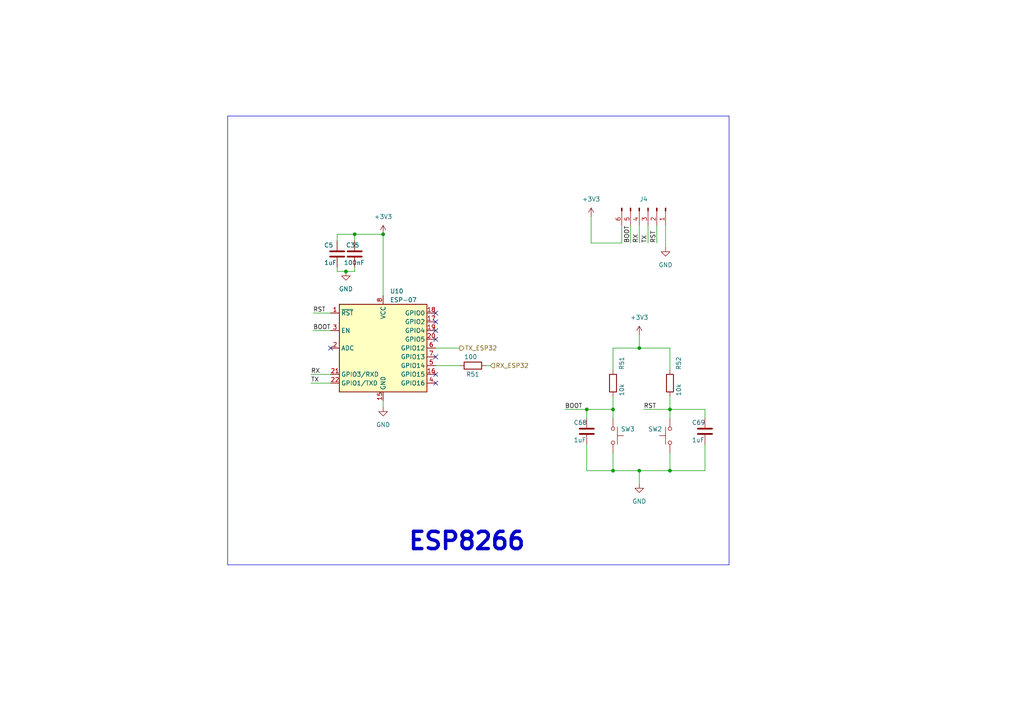
<source format=kicad_sch>
(kicad_sch (version 20230121) (generator eeschema)
  (paper "A4")
  (lib_symbols
    (symbol "+3V3_1" (power) (pin_names (offset 0))
      (property "Value" "+3V3_1" (at 0 3.556 0))
      (symbol "+3V3_1_0_1"
        (polyline (pts (xy -0.762 1.27) (xy 0 2.54)))
        (polyline (pts (xy 0 0) (xy 0 2.54)))
        (polyline (pts (xy 0 2.54) (xy 0.762 1.27)))
      )
      (symbol "+3V3_1_1_1"
        (pin power_in line (at 0 0 90) (length 0) hide (name "+3V3") (number "1"))
      )
    )
    (symbol "+3V3_2" (power) (pin_names (offset 0))
      (property "Value" "+3V3_2" (at 0 3.556 0))
      (symbol "+3V3_2_0_1"
        (polyline (pts (xy -0.762 1.27) (xy 0 2.54)))
        (polyline (pts (xy 0 0) (xy 0 2.54)))
        (polyline (pts (xy 0 2.54) (xy 0.762 1.27)))
      )
      (symbol "+3V3_2_1_1"
        (pin power_in line (at 0 0 90) (length 0) hide (name "+3V3") (number "1"))
      )
    )
    (symbol "Connector:Conn_01x06_Male" (pin_names (offset 1.016) hide)
      (property "Reference" "J" (at 0 7.62 0))
      (property "Value" "Conn_01x06_Male" (at 0 -10.16 0))
      (symbol "Conn_01x06_Male_1_1"
        (polyline (pts (xy 1.27 -7.62) (xy 0.8636 -7.62)) (stroke (width 0.1524)))
        (polyline (pts (xy 1.27 -5.08) (xy 0.8636 -5.08)) (stroke (width 0.1524)))
        (polyline (pts (xy 1.27 -2.54) (xy 0.8636 -2.54)) (stroke (width 0.1524)))
        (polyline (pts (xy 1.27 0) (xy 0.8636 0)) (stroke (width 0.1524)))
        (polyline (pts (xy 1.27 2.54) (xy 0.8636 2.54)) (stroke (width 0.1524)))
        (polyline (pts (xy 1.27 5.08) (xy 0.8636 5.08)) (stroke (width 0.1524)))
        (rectangle (start 0.8636 -7.493) (end 0 -7.747) (stroke (width 0.1524)) (fill (type outline)))
        (rectangle (start 0.8636 -4.953) (end 0 -5.207) (stroke (width 0.1524)) (fill (type outline)))
        (rectangle (start 0.8636 -2.413) (end 0 -2.667) (stroke (width 0.1524)) (fill (type outline)))
        (rectangle (start 0.8636 0.127) (end 0 -0.127) (stroke (width 0.1524)) (fill (type outline)))
        (rectangle (start 0.8636 2.667) (end 0 2.413) (stroke (width 0.1524)) (fill (type outline)))
        (rectangle (start 0.8636 5.207) (end 0 4.953) (stroke (width 0.1524)) (fill (type outline)))
        (pin passive line (at 5.08 5.08 180) (length 3.81) (name "Pin_1") (number "1"))
        (pin passive line (at 5.08 2.54 180) (length 3.81) (name "Pin_2") (number "2"))
        (pin passive line (at 5.08 0 180) (length 3.81) (name "Pin_3") (number "3"))
        (pin passive line (at 5.08 -2.54 180) (length 3.81) (name "Pin_4") (number "4"))
        (pin passive line (at 5.08 -5.08 180) (length 3.81) (name "Pin_5") (number "5"))
        (pin passive line (at 5.08 -7.62 180) (length 3.81) (name "Pin_6") (number "6"))
      )
    )
    (symbol "Device:C" (pin_numbers hide) (pin_names (offset 0.254))
      (property "Reference" "C" (at 0.635 2.54 0))
      (property "Value" "C" (at 0.635 -2.54 0))
      (symbol "C_0_1"
        (polyline (pts (xy -2.032 -0.762) (xy 2.032 -0.762)) (stroke (width 0.508)))
        (polyline (pts (xy -2.032 0.762) (xy 2.032 0.762)) (stroke (width 0.508)))
      )
      (symbol "C_1_1"
        (pin passive line (at 0 3.81 270) (length 2.794) (name "~") (number "1"))
        (pin passive line (at 0 -3.81 90) (length 2.794) (name "~") (number "2"))
      )
    )
    (symbol "Device:R" (pin_numbers hide) (pin_names (offset 0))
      (property "Reference" "R" (at 2.032 0 90))
      (property "Value" "R" (at 0 0 90))
      (symbol "R_0_1"
        (rectangle (start -1.016 -2.54) (end 1.016 2.54) (stroke (width 0.254)))
      )
      (symbol "R_1_1"
        (pin passive line (at 0 3.81 270) (length 1.27) (name "~") (number "1"))
        (pin passive line (at 0 -3.81 90) (length 1.27) (name "~") (number "2"))
      )
    )
    (symbol "GND_1" (power) (pin_names (offset 0))
      (property "Value" "GND_1" (at 0 -3.81 0))
      (symbol "GND_1_0_1"
        (polyline (pts (xy 0 0) (xy 0 -1.27) (xy 1.27 -1.27) (xy 0 -2.54) (xy -1.27 -1.27) (xy 0 -1.27)))
      )
      (symbol "GND_1_1_1"
        (pin power_in line (at 0 0 270) (length 0) hide (name "GND") (number "1"))
      )
    )
    (symbol "GND_2" (power) (pin_names (offset 0))
      (property "Value" "GND_2" (at 0 -3.81 0))
      (symbol "GND_2_0_1"
        (polyline (pts (xy 0 0) (xy 0 -1.27) (xy 1.27 -1.27) (xy 0 -2.54) (xy -1.27 -1.27) (xy 0 -1.27)))
      )
      (symbol "GND_2_1_1"
        (pin power_in line (at 0 0 270) (length 0) hide (name "GND") (number "1"))
      )
    )
    (symbol "GND_3" (power) (pin_names (offset 0))
      (property "Value" "GND_3" (at 0 -3.81 0))
      (symbol "GND_3_0_1"
        (polyline (pts (xy 0 0) (xy 0 -1.27) (xy 1.27 -1.27) (xy 0 -2.54) (xy -1.27 -1.27) (xy 0 -1.27)))
      )
      (symbol "GND_3_1_1"
        (pin power_in line (at 0 0 270) (length 0) hide (name "GND") (number "1"))
      )
    )
    (symbol "IVS_SYMBOLS:ESP-07"
      (property "Reference" "U" (at 0 2.54 0))
      (property "Value" "ESP-07" (at 0 0 0))
      (symbol "ESP-07_0_1"
        (rectangle (start -12.7 12.7) (end 12.7 -12.7) (stroke (width 0.254)) (fill (type background)))
      )
      (symbol "ESP-07_1_1"
        (pin input line (at -15.24 10.16 0) (length 2.54) (name "~{RST}") (number "1"))
        (pin power_in line (at 0 -15.24 90) (length 2.54) (name "GND") (number "15"))
        (pin bidirectional line (at 15.24 -7.62 180) (length 2.54) (name "GPIO15") (number "16"))
        (pin bidirectional line (at 15.24 7.62 180) (length 2.54) (name "GPIO2") (number "17"))
        (pin bidirectional line (at 15.24 10.16 180) (length 2.54) (name "GPIO0") (number "18"))
        (pin bidirectional line (at 15.24 5.08 180) (length 2.54) (name "GPIO4") (number "19"))
        (pin input line (at -15.24 0 0) (length 2.54) (name "ADC") (number "2"))
        (pin bidirectional line (at 15.24 2.54 180) (length 2.54) (name "GPIO5") (number "20"))
        (pin bidirectional line (at -15.24 -7.62 0) (length 2.54) (name "GPIO3/RXD") (number "21"))
        (pin bidirectional line (at -15.24 -10.16 0) (length 2.54) (name "GPIO1/TXD") (number "22"))
        (pin input line (at -15.24 5.08 0) (length 2.54) (name "EN") (number "3"))
        (pin bidirectional line (at 15.24 -10.16 180) (length 2.54) (name "GPIO16") (number "4"))
        (pin bidirectional line (at 15.24 -5.08 180) (length 2.54) (name "GPIO14") (number "5"))
        (pin bidirectional line (at 15.24 0 180) (length 2.54) (name "GPIO12") (number "6"))
        (pin bidirectional line (at 15.24 -2.54 180) (length 2.54) (name "GPIO13") (number "7"))
        (pin power_in line (at 0 15.24 270) (length 2.54) (name "VCC") (number "8"))
      )
    )
    (symbol "Switch:SW_Push" (pin_numbers hide) (pin_names (offset 1.016) hide)
      (property "Reference" "SW" (at 1.27 2.54 0))
      (property "Value" "SW_Push" (at 0 -1.524 0))
      (symbol "SW_Push_0_1"
        (circle (center -2.032 0) (radius 0.508))
        (polyline (pts (xy 0 1.27) (xy 0 3.048)))
        (polyline (pts (xy 2.54 1.27) (xy -2.54 1.27)))
        (circle (center 2.032 0) (radius 0.508))
        (pin passive line (at -5.08 0 0) (length 2.54) (name "1") (number "1"))
        (pin passive line (at 5.08 0 180) (length 2.54) (name "2") (number "2"))
      )
    )
    (symbol "power:+3V3" (power) (pin_names (offset 0))
      (property "Value" "+3V3" (at 0 3.556 0))
      (symbol "+3V3_0_1"
        (polyline (pts (xy -0.762 1.27) (xy 0 2.54)))
        (polyline (pts (xy 0 0) (xy 0 2.54)))
        (polyline (pts (xy 0 2.54) (xy 0.762 1.27)))
      )
      (symbol "+3V3_1_1"
        (pin power_in line (at 0 0 90) (length 0) hide (name "+3V3") (number "1"))
      )
    )
    (symbol "power:GND" (power) (pin_names (offset 0))
      (property "Value" "GND" (at 0 -3.81 0))
      (symbol "GND_0_1"
        (polyline (pts (xy 0 0) (xy 0 -1.27) (xy 1.27 -1.27) (xy 0 -2.54) (xy -1.27 -1.27) (xy 0 -1.27)))
      )
      (symbol "GND_1_1"
        (pin power_in line (at 0 0 270) (length 0) hide (name "GND") (number "1"))
      )
    )
  )
  (junction (at 177.8 136.525))
  (junction (at 194.31 118.745))
  (junction (at 177.8 118.745))
  (junction (at 194.31 136.525))
  (junction (at 170.18 118.745))
  (junction (at 102.87 67.945))
  (junction (at 185.42 136.525))
  (junction (at 111.125 67.945))
  (junction (at 100.33 78.74))
  (junction (at 185.42 100.965))
  (no_connect (at 126.365 90.805))
  (no_connect (at 126.365 111.125))
  (no_connect (at 126.365 103.505))
  (no_connect (at 126.365 95.885))
  (no_connect (at 126.365 108.585))
  (no_connect (at 126.365 93.345))
  (no_connect (at 95.885 100.965))
  (no_connect (at 126.365 98.425))
  (wire (pts (xy 102.87 67.945) (xy 111.125 67.945)))
  (wire (pts (xy 186.69 118.745) (xy 194.31 118.745)))
  (wire (pts (xy 177.8 131.445) (xy 177.8 136.525)))
  (wire (pts (xy 170.18 136.525) (xy 177.8 136.525)))
  (wire (pts (xy 185.42 136.525) (xy 194.31 136.525)))
  (wire (pts (xy 194.31 118.745) (xy 194.31 121.285)))
  (wire (pts (xy 177.8 107.315) (xy 177.8 100.965)))
  (wire (pts (xy 97.79 67.945) (xy 102.87 67.945)))
  (wire (pts (xy 102.87 67.945) (xy 102.87 69.85)))
  (wire (pts (xy 194.31 136.525) (xy 204.47 136.525)))
  (wire (pts (xy 185.42 100.965) (xy 177.8 100.965)))
  (wire (pts (xy 100.33 78.74) (xy 102.87 78.74)))
  (wire (pts (xy 171.45 62.865) (xy 171.45 70.485)))
  (wire (pts (xy 194.31 131.445) (xy 194.31 136.525)))
  (wire (pts (xy 177.8 136.525) (xy 185.42 136.525)))
  (wire (pts (xy 204.47 118.745) (xy 194.31 118.745)))
  (wire (pts (xy 185.42 65.405) (xy 185.42 70.485)))
  (wire (pts (xy 140.97 106.045) (xy 142.24 106.045)))
  (wire (pts (xy 204.47 128.905) (xy 204.47 136.525)))
  (polyline (pts (xy 66.04 33.655) (xy 211.455 33.655)))
  (wire (pts (xy 177.8 114.935) (xy 177.8 118.745)))
  (polyline (pts (xy 66.04 33.655) (xy 66.04 163.83)))
  (wire (pts (xy 97.79 69.85) (xy 97.79 67.945)))
  (wire (pts (xy 171.45 70.485) (xy 180.34 70.485)))
  (wire (pts (xy 90.17 108.585) (xy 95.885 108.585)))
  (wire (pts (xy 185.42 97.155) (xy 185.42 100.965)))
  (wire (pts (xy 185.42 136.525) (xy 185.42 140.335)))
  (wire (pts (xy 163.83 118.745) (xy 170.18 118.745)))
  (wire (pts (xy 90.805 90.805) (xy 95.885 90.805)))
  (wire (pts (xy 133.35 100.965) (xy 126.365 100.965)))
  (wire (pts (xy 194.31 100.965) (xy 185.42 100.965)))
  (wire (pts (xy 194.31 107.315) (xy 194.31 100.965)))
  (wire (pts (xy 177.8 118.745) (xy 177.8 121.285)))
  (wire (pts (xy 97.79 78.74) (xy 100.33 78.74)))
  (wire (pts (xy 170.18 118.745) (xy 170.18 121.285)))
  (wire (pts (xy 111.125 67.945) (xy 111.125 85.725)))
  (wire (pts (xy 111.125 116.205) (xy 111.125 118.11)))
  (polyline (pts (xy 211.455 33.655) (xy 211.455 163.83)))
  (wire (pts (xy 102.87 77.47) (xy 102.87 78.74)))
  (wire (pts (xy 182.88 65.405) (xy 182.88 70.485)))
  (wire (pts (xy 187.96 65.405) (xy 187.96 70.485)))
  (wire (pts (xy 90.17 111.125) (xy 95.885 111.125)))
  (wire (pts (xy 90.805 95.885) (xy 95.885 95.885)))
  (wire (pts (xy 190.5 65.405) (xy 190.5 70.485)))
  (wire (pts (xy 194.31 114.935) (xy 194.31 118.745)))
  (wire (pts (xy 193.04 65.405) (xy 193.04 71.755)))
  (wire (pts (xy 180.34 65.405) (xy 180.34 70.485)))
  (wire (pts (xy 204.47 121.285) (xy 204.47 118.745)))
  (wire (pts (xy 170.18 118.745) (xy 177.8 118.745)))
  (polyline (pts (xy 211.455 163.83) (xy 66.04 163.83)))
  (wire (pts (xy 133.35 106.045) (xy 126.365 106.045)))
  (wire (pts (xy 170.18 128.905) (xy 170.18 136.525)))
  (wire (pts (xy 97.79 77.47) (xy 97.79 78.74)))
  (text "ESP8266" (at 118.11 160.02 0) (effects (font (size 5 5) (thickness 1) bold) (justify left bottom)))
  (label "TX" (at 187.96 70.485 90))
  (label "TX" (at 90.17 111.125 0))
  (label "RX" (at 90.17 108.585 0))
  (label "RST" (at 186.69 118.745 0))
  (label "RST" (at 90.805 90.805 0))
  (label "BOOT" (at 163.83 118.745 0))
  (label "RX" (at 185.42 70.485 90))
  (label "RST" (at 190.5 70.485 90))
  (label "BOOT" (at 90.805 95.885 0))
  (label "BOOT" (at 182.88 70.485 90))
  (hierarchical_label "RX_ESP32" (shape input) (at 142.24 106.045 0))
  (hierarchical_label "TX_ESP32" (shape output) (at 133.35 100.965 0))
  (symbol (lib_id "IVS_SYMBOLS:ESP-07") (at 111.125 100.965 0) (unit 1)
    (property "Reference" "U10" (at 113.0809 84.455 0) (effects (justify left)))
    (property "Value" "ESP-07" (at 113.0809 86.995 0) (effects (justify left)))
    (property "Footprint" "IVS_FOOTPRINTS:ESP8266-07__ESP32-C3-12F" (effects hide))
    (property "Datasheet" "https://datasheetspdf.com/pdf/1418335/AI-Thinker/ESP-07/1" (effects hide))
  )
  (symbol (lib_id "power:GND") (at 100.33 78.74 0) (unit 1)
    (property "Reference" "#PWR031" (effects hide))
    (property "Value" "GND" (at 100.33 83.82 0))
    (instances (project "DLAnhDan_BoardTruyenDuLieu" (path "" (reference "#PWR031") (unit 1))) (project "DO_AN_DKTD" (path "" (reference "#PWR059") (unit 1))))
  )
  (symbol (lib_id "Device:C") (at 204.47 125.095 0) (unit 1)
    (property "Reference" "C69" (at 200.66 122.555 0) (effects (justify left)))
    (property "Value" "1uF" (at 200.66 127.635 0) (effects (justify left)))
    (property "Footprint" "IVS_FOOTPRINTS:C_0603" (effects hide))
    (instances (project "DLAnhDan_BoardTruyenDuLieu" (path "" (reference "C69") (unit 1))) (project "DO_AN_DKTD" (path "" (reference "C30") (unit 1))))
  )
  (symbol (lib_id "Device:R") (at 194.31 111.125 0) (unit 1)
    (property "Reference" "R52" (at 196.85 107.315 90) (effects (justify left)))
    (property "Value" "10k" (at 196.85 114.935 90) (effects (justify left)))
    (property "Footprint" "IVS_FOOTPRINTS:R_0603" (effects hide))
    (instances (project "DLAnhDan_BoardTruyenDuLieu" (path "" (reference "R52") (unit 1))) (project "DO_AN_DKTD" (path "" (reference "R45") (unit 1))))
  )
  (symbol (lib_id "Device:C") (at 170.18 125.095 0) (unit 1)
    (property "Reference" "C68" (at 166.37 122.555 0) (effects (justify left)))
    (property "Value" "1uF" (at 166.37 127.635 0) (effects (justify left)))
    (property "Footprint" "IVS_FOOTPRINTS:C_0603" (effects hide))
    (instances (project "DLAnhDan_BoardTruyenDuLieu" (path "" (reference "C68") (unit 1))) (project "DO_AN_DKTD" (path "" (reference "C29") (unit 1))))
  )
  (symbol (lib_name "GND_3") (lib_id "power:GND") (at 111.125 118.11 0) (unit 1)
    (property "Reference" "#PWR031" (effects hide))
    (property "Value" "GND" (at 111.125 123.19 0))
    (instances (project "DLAnhDan_BoardTruyenDuLieu" (path "" (reference "#PWR031") (unit 1))) (project "DO_AN_DKTD" (path "" (reference "#PWR057") (unit 1))))
  )
  (symbol (lib_id "Device:C") (at 102.87 73.66 0) (unit 1)
    (property "Reference" "C35" (at 100.33 71.12 0) (effects (justify left)))
    (property "Value" "100nF" (at 99.695 76.2 0) (effects (justify left)))
    (property "Footprint" "IVS_FOOTPRINTS:C_0603" (effects hide))
    (instances (project "DLAnhDan_BoardTruyenDuLieu" (path "" (reference "C35") (unit 1))) (project "DO_AN_DKTD" (path "" (reference "C32") (unit 1))))
  )
  (symbol (lib_id "Device:R") (at 137.16 106.045 90) (mirror x) (unit 1)
    (property "Reference" "R51" (at 139.065 108.585 90) (effects (justify left)))
    (property "Value" "100" (at 138.43 103.505 90) (effects (justify left)))
    (property "Footprint" "IVS_FOOTPRINTS:R_0603" (effects hide))
    (instances (project "DLAnhDan_BoardTruyenDuLieu" (path "" (reference "R51") (unit 1))) (project "DO_AN_DKTD" (path "" (reference "R42") (unit 1))))
  )
  (symbol (lib_id "Switch:SW_Push") (at 177.8 126.365 270) (mirror x) (unit 1)
    (property "Reference" "SW3" (at 184.15 124.46 90) (effects (justify right)))
    (property "Value" "SW_Push" (effects hide))
    (property "Footprint" "IVS_FOOTPRINTS:SW_SPST_PTS810" (effects hide))
  )
  (symbol (lib_id "power:+3V3") (at 111.125 67.945 0) (unit 1)
    (property "Reference" "#PWR07" (effects hide))
    (property "Value" "+3V3" (at 111.125 62.865 0))
    (instances (project "DLAnhDan_BoardTruyenDuLieu" (path "" (reference "#PWR07") (unit 1))) (project "DO_AN_DKTD" (path "" (reference "#PWR058") (unit 1))))
  )
  (symbol (lib_name "+3V3_2") (lib_id "power:+3V3") (at 171.45 62.865 0) (unit 1)
    (property "Reference" "#PWR037" (effects hide))
    (property "Value" "+3V3" (at 171.45 57.785 0))
    (instances (project "DLAnhDan_BoardTruyenDuLieu" (path "" (reference "#PWR037") (unit 1))) (project "DO_AN_DKTD" (path "" (reference "#PWR053") (unit 1))))
  )
  (symbol (lib_id "Connector:Conn_01x06_Male") (at 187.96 60.325 270) (unit 1)
    (property "Reference" "J4" (at 186.69 57.785 90))
    (property "Value" " " (effects hide))
    (property "Footprint" "Connector_PinHeader_2.54mm:PinHeader_1x06_P2.54mm_Vertical" (effects hide))
    (instances (project "DLAnhDan_BoardTruyenDuLieu" (path "" (reference "J4") (unit 1))) (project "DO_AN_DKTD" (path "" (reference "J6") (unit 1))))
  )
  (symbol (lib_name "GND_1") (lib_id "power:GND") (at 185.42 140.335 0) (unit 1)
    (property "Reference" "#PWR074" (effects hide))
    (property "Value" "GND" (at 185.42 145.415 0))
    (instances (project "DLAnhDan_BoardTruyenDuLieu" (path "" (reference "#PWR074") (unit 1))) (project "DO_AN_DKTD" (path "" (reference "#PWR055") (unit 1))))
  )
  (symbol (lib_id "Switch:SW_Push") (at 194.31 126.365 90) (unit 1)
    (property "Reference" "SW2" (at 187.96 124.46 90) (effects (justify right)))
    (property "Value" "SW_Push" (effects hide))
    (property "Footprint" "IVS_FOOTPRINTS:SW_SPST_PTS810" (effects hide))
  )
  (symbol (lib_name "GND_2") (lib_id "power:GND") (at 193.04 71.755 0) (unit 1)
    (property "Reference" "#PWR038" (effects hide))
    (property "Value" "GND" (at 193.04 76.835 0))
    (instances (project "DLAnhDan_BoardTruyenDuLieu" (path "" (reference "#PWR038") (unit 1))) (project "DO_AN_DKTD" (path "" (reference "#PWR056") (unit 1))))
  )
  (symbol (lib_name "+3V3_1") (lib_id "power:+3V3") (at 185.42 97.155 0) (unit 1)
    (property "Reference" "#PWR073" (effects hide))
    (property "Value" "+3V3" (at 185.42 92.075 0))
    (instances (project "DLAnhDan_BoardTruyenDuLieu" (path "" (reference "#PWR073") (unit 1))) (project "DO_AN_DKTD" (path "" (reference "#PWR054") (unit 1))))
  )
  (symbol (lib_id "Device:C") (at 97.79 73.66 0) (unit 1)
    (property "Reference" "C5" (at 93.98 71.12 0) (effects (justify left)))
    (property "Value" "1uF" (at 93.98 76.2 0) (effects (justify left)))
    (property "Footprint" "IVS_FOOTPRINTS:C_0603" (effects hide))
    (instances (project "DLAnhDan_BoardTruyenDuLieu" (path "" (reference "C5") (unit 1))) (project "DO_AN_DKTD" (path "" (reference "C31") (unit 1))))
  )
  (symbol (lib_id "Device:R") (at 177.8 111.125 0) (unit 1)
    (property "Reference" "R51" (at 180.34 107.315 90) (effects (justify left)))
    (property "Value" "10k" (at 180.34 114.935 90) (effects (justify left)))
    (property "Footprint" "IVS_FOOTPRINTS:R_0603" (effects hide))
    (instances (project "DLAnhDan_BoardTruyenDuLieu" (path "" (reference "R51") (unit 1))) (project "DO_AN_DKTD" (path "" (reference "R43") (unit 1))))
  )
)
</source>
